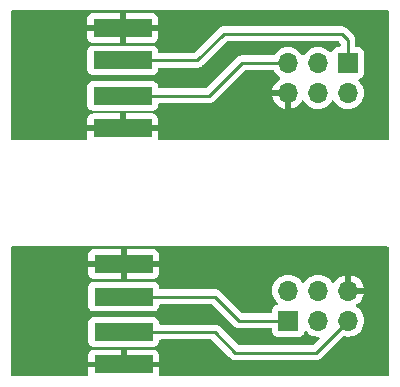
<source format=gbr>
%TF.GenerationSoftware,KiCad,Pcbnew,7.0.7*%
%TF.CreationDate,2023-10-21T18:00:54-07:00*%
%TF.ProjectId,DC32_Cnet_Badge_SAO,44433332-5f43-46e6-9574-5f4261646765,rev?*%
%TF.SameCoordinates,Original*%
%TF.FileFunction,Copper,L1,Top*%
%TF.FilePolarity,Positive*%
%FSLAX46Y46*%
G04 Gerber Fmt 4.6, Leading zero omitted, Abs format (unit mm)*
G04 Created by KiCad (PCBNEW 7.0.7) date 2023-10-21 18:00:54*
%MOMM*%
%LPD*%
G01*
G04 APERTURE LIST*
%TA.AperFunction,SMDPad,CuDef*%
%ADD10R,5.000000X1.500000*%
%TD*%
%TA.AperFunction,ComponentPad*%
%ADD11R,1.700000X1.700000*%
%TD*%
%TA.AperFunction,ComponentPad*%
%ADD12O,1.700000X1.700000*%
%TD*%
%TA.AperFunction,Conductor*%
%ADD13C,0.250000*%
%TD*%
G04 APERTURE END LIST*
D10*
%TO.P,U2,1,GND*%
%TO.N,RGT GND*%
X149540000Y-90500000D03*
%TO.P,U2,2,IN*%
%TO.N,Net-(J2-Pin_1)*%
X149540000Y-93250000D03*
%TO.P,U2,3,VCC*%
%TO.N,Net-(J2-Pin_5)*%
X149540000Y-96250000D03*
%TO.P,U2,4,GND*%
%TO.N,RGT GND*%
X149540000Y-99000000D03*
%TD*%
%TO.P,U1,4,GND*%
%TO.N,LFT GND*%
X149460000Y-79000000D03*
%TO.P,U1,3,VCC*%
%TO.N,Net-(J1-Pin_5)*%
X149460000Y-76250000D03*
%TO.P,U1,2,IN*%
%TO.N,Net-(J1-Pin_1)*%
X149460000Y-73250000D03*
%TO.P,U1,1,GND*%
%TO.N,LFT GND*%
X149460000Y-70500000D03*
%TD*%
D11*
%TO.P,J2,1,Pin_1*%
%TO.N,Net-(J2-Pin_1)*%
X163475000Y-95290000D03*
D12*
%TO.P,J2,2,Pin_2*%
%TO.N,unconnected-(J2-Pin_2-Pad2)*%
X163475000Y-92750000D03*
%TO.P,J2,3,Pin_3*%
%TO.N,unconnected-(J2-Pin_3-Pad3)*%
X166015000Y-95290000D03*
%TO.P,J2,4,Pin_4*%
%TO.N,unconnected-(J2-Pin_4-Pad4)*%
X166015000Y-92750000D03*
%TO.P,J2,5,Pin_5*%
%TO.N,Net-(J2-Pin_5)*%
X168555000Y-95290000D03*
%TO.P,J2,6,Pin_6*%
%TO.N,RGT GND*%
X168555000Y-92750000D03*
%TD*%
D11*
%TO.P,J1,1,Pin_1*%
%TO.N,Net-(J1-Pin_1)*%
X168525000Y-73460000D03*
D12*
%TO.P,J1,2,Pin_2*%
%TO.N,unconnected-(J1-Pin_2-Pad2)*%
X168525000Y-76000000D03*
%TO.P,J1,3,Pin_3*%
%TO.N,unconnected-(J1-Pin_3-Pad3)*%
X165985000Y-73460000D03*
%TO.P,J1,4,Pin_4*%
%TO.N,unconnected-(J1-Pin_4-Pad4)*%
X165985000Y-76000000D03*
%TO.P,J1,5,Pin_5*%
%TO.N,Net-(J1-Pin_5)*%
X163445000Y-73460000D03*
%TO.P,J1,6,Pin_6*%
%TO.N,LFT GND*%
X163445000Y-76000000D03*
%TD*%
D13*
%TO.N,Net-(J2-Pin_5)*%
X165845000Y-98000000D02*
X168555000Y-95290000D01*
X157250000Y-96250000D02*
X159000000Y-98000000D01*
X159000000Y-98000000D02*
X165845000Y-98000000D01*
X149540000Y-96250000D02*
X157250000Y-96250000D01*
%TO.N,Net-(J2-Pin_1)*%
X157250000Y-93250000D02*
X149540000Y-93250000D01*
X159290000Y-95290000D02*
X157250000Y-93250000D01*
X163475000Y-95290000D02*
X159290000Y-95290000D01*
%TO.N,Net-(J1-Pin_1)*%
X155750000Y-73250000D02*
X149460000Y-73250000D01*
X168000000Y-71000000D02*
X158000000Y-71000000D01*
X168525000Y-71525000D02*
X168000000Y-71000000D01*
X158000000Y-71000000D02*
X155750000Y-73250000D01*
X168525000Y-73460000D02*
X168525000Y-71525000D01*
%TO.N,Net-(J1-Pin_5)*%
X156750000Y-76250000D02*
X149460000Y-76250000D01*
X159540000Y-73460000D02*
X156750000Y-76250000D01*
X163445000Y-73460000D02*
X159540000Y-73460000D01*
%TD*%
%TA.AperFunction,Conductor*%
%TO.N,LFT GND*%
G36*
X171942539Y-69020185D02*
G01*
X171988294Y-69072989D01*
X171999500Y-69124500D01*
X171999500Y-79875500D01*
X171979815Y-79942539D01*
X171927011Y-79988294D01*
X171875500Y-79999500D01*
X152576364Y-79999500D01*
X152509325Y-79979815D01*
X152463570Y-79927011D01*
X152453075Y-79862244D01*
X152459999Y-79797844D01*
X152460000Y-79797827D01*
X152460000Y-79250000D01*
X146460000Y-79250000D01*
X146460000Y-79797844D01*
X146466925Y-79862244D01*
X146454520Y-79931004D01*
X146406910Y-79982141D01*
X146343636Y-79999500D01*
X140124500Y-79999500D01*
X140057461Y-79979815D01*
X140011706Y-79927011D01*
X140000500Y-79875500D01*
X140000500Y-78750000D01*
X146460000Y-78750000D01*
X149210000Y-78750000D01*
X149210000Y-77750000D01*
X149710000Y-77750000D01*
X149710000Y-78750000D01*
X152460000Y-78750000D01*
X152460000Y-78202172D01*
X152459999Y-78202155D01*
X152453598Y-78142627D01*
X152453596Y-78142620D01*
X152403354Y-78007913D01*
X152403350Y-78007906D01*
X152317190Y-77892812D01*
X152317187Y-77892809D01*
X152202093Y-77806649D01*
X152202086Y-77806645D01*
X152067379Y-77756403D01*
X152067372Y-77756401D01*
X152007844Y-77750000D01*
X149710000Y-77750000D01*
X149210000Y-77750000D01*
X146912155Y-77750000D01*
X146852627Y-77756401D01*
X146852620Y-77756403D01*
X146717913Y-77806645D01*
X146717906Y-77806649D01*
X146602812Y-77892809D01*
X146602809Y-77892812D01*
X146516649Y-78007906D01*
X146516645Y-78007913D01*
X146466403Y-78142620D01*
X146466401Y-78142627D01*
X146460000Y-78202155D01*
X146460000Y-78750000D01*
X140000500Y-78750000D01*
X140000500Y-77047870D01*
X146459500Y-77047870D01*
X146459501Y-77047876D01*
X146465908Y-77107483D01*
X146516202Y-77242328D01*
X146516206Y-77242335D01*
X146602452Y-77357544D01*
X146602455Y-77357547D01*
X146717664Y-77443793D01*
X146717671Y-77443797D01*
X146852517Y-77494091D01*
X146852516Y-77494091D01*
X146859444Y-77494835D01*
X146912127Y-77500500D01*
X152007872Y-77500499D01*
X152067483Y-77494091D01*
X152202331Y-77443796D01*
X152317546Y-77357546D01*
X152403796Y-77242331D01*
X152454091Y-77107483D01*
X152460500Y-77047873D01*
X152460500Y-76999500D01*
X152480185Y-76932461D01*
X152532989Y-76886706D01*
X152584500Y-76875500D01*
X156667257Y-76875500D01*
X156682877Y-76877224D01*
X156682904Y-76876939D01*
X156690660Y-76877671D01*
X156690667Y-76877673D01*
X156759814Y-76875500D01*
X156789350Y-76875500D01*
X156796228Y-76874630D01*
X156802041Y-76874172D01*
X156848627Y-76872709D01*
X156867869Y-76867117D01*
X156886912Y-76863174D01*
X156906792Y-76860664D01*
X156950122Y-76843507D01*
X156955646Y-76841617D01*
X156959396Y-76840527D01*
X157000390Y-76828618D01*
X157017629Y-76818422D01*
X157035103Y-76809862D01*
X157053727Y-76802488D01*
X157053727Y-76802487D01*
X157053732Y-76802486D01*
X157091449Y-76775082D01*
X157096305Y-76771892D01*
X157136420Y-76748170D01*
X157150589Y-76733999D01*
X157165379Y-76721368D01*
X157181587Y-76709594D01*
X157211299Y-76673676D01*
X157215212Y-76669376D01*
X159762771Y-74121819D01*
X159824095Y-74088334D01*
X159850453Y-74085500D01*
X162169773Y-74085500D01*
X162236812Y-74105185D01*
X162271348Y-74138377D01*
X162406501Y-74331396D01*
X162406506Y-74331402D01*
X162573597Y-74498493D01*
X162573603Y-74498498D01*
X162759594Y-74628730D01*
X162803219Y-74683307D01*
X162810413Y-74752805D01*
X162778890Y-74815160D01*
X162759595Y-74831880D01*
X162573922Y-74961890D01*
X162573920Y-74961891D01*
X162406891Y-75128920D01*
X162406886Y-75128926D01*
X162271400Y-75322420D01*
X162271399Y-75322422D01*
X162171570Y-75536507D01*
X162171567Y-75536513D01*
X162114364Y-75749999D01*
X162114364Y-75750000D01*
X162831653Y-75750000D01*
X162898692Y-75769685D01*
X162944447Y-75822489D01*
X162954391Y-75891647D01*
X162950631Y-75908933D01*
X162945000Y-75928111D01*
X162945000Y-76071888D01*
X162950631Y-76091067D01*
X162950630Y-76160936D01*
X162912855Y-76219714D01*
X162849299Y-76248738D01*
X162831653Y-76250000D01*
X162114364Y-76250000D01*
X162171567Y-76463486D01*
X162171570Y-76463492D01*
X162271399Y-76677578D01*
X162406894Y-76871082D01*
X162573917Y-77038105D01*
X162767421Y-77173600D01*
X162981507Y-77273429D01*
X162981516Y-77273433D01*
X163195000Y-77330634D01*
X163195000Y-76612301D01*
X163214685Y-76545262D01*
X163267489Y-76499507D01*
X163336647Y-76489563D01*
X163409237Y-76500000D01*
X163409238Y-76500000D01*
X163480762Y-76500000D01*
X163480763Y-76500000D01*
X163553353Y-76489563D01*
X163622512Y-76499507D01*
X163675315Y-76545262D01*
X163695000Y-76612301D01*
X163695000Y-77330633D01*
X163908483Y-77273433D01*
X163908492Y-77273429D01*
X164122578Y-77173600D01*
X164316082Y-77038105D01*
X164483105Y-76871082D01*
X164613119Y-76685405D01*
X164667696Y-76641781D01*
X164737195Y-76634588D01*
X164799549Y-76666110D01*
X164816269Y-76685405D01*
X164946505Y-76871401D01*
X165113599Y-77038495D01*
X165210384Y-77106264D01*
X165307165Y-77174032D01*
X165307167Y-77174033D01*
X165307170Y-77174035D01*
X165521337Y-77273903D01*
X165749592Y-77335063D01*
X165937918Y-77351539D01*
X165984999Y-77355659D01*
X165985000Y-77355659D01*
X165985001Y-77355659D01*
X166024234Y-77352226D01*
X166220408Y-77335063D01*
X166448663Y-77273903D01*
X166662830Y-77174035D01*
X166856401Y-77038495D01*
X167023495Y-76871401D01*
X167153424Y-76685842D01*
X167208002Y-76642217D01*
X167277500Y-76635023D01*
X167339855Y-76666546D01*
X167356575Y-76685842D01*
X167486500Y-76871395D01*
X167486505Y-76871401D01*
X167653599Y-77038495D01*
X167750384Y-77106264D01*
X167847165Y-77174032D01*
X167847167Y-77174033D01*
X167847170Y-77174035D01*
X168061337Y-77273903D01*
X168289592Y-77335063D01*
X168477918Y-77351539D01*
X168524999Y-77355659D01*
X168525000Y-77355659D01*
X168525001Y-77355659D01*
X168564234Y-77352226D01*
X168760408Y-77335063D01*
X168988663Y-77273903D01*
X169202830Y-77174035D01*
X169396401Y-77038495D01*
X169563495Y-76871401D01*
X169699035Y-76677830D01*
X169798903Y-76463663D01*
X169860063Y-76235408D01*
X169880659Y-76000000D01*
X169860063Y-75764592D01*
X169798903Y-75536337D01*
X169699035Y-75322171D01*
X169693730Y-75314595D01*
X169563496Y-75128600D01*
X169563490Y-75128594D01*
X169441567Y-75006671D01*
X169408084Y-74945351D01*
X169413068Y-74875659D01*
X169454939Y-74819725D01*
X169485915Y-74802810D01*
X169617331Y-74753796D01*
X169732546Y-74667546D01*
X169818796Y-74552331D01*
X169869091Y-74417483D01*
X169875500Y-74357873D01*
X169875499Y-72562128D01*
X169869091Y-72502517D01*
X169867810Y-72499083D01*
X169818797Y-72367671D01*
X169818793Y-72367664D01*
X169732547Y-72252455D01*
X169732544Y-72252452D01*
X169617335Y-72166206D01*
X169617328Y-72166202D01*
X169482482Y-72115908D01*
X169482483Y-72115908D01*
X169422883Y-72109501D01*
X169422881Y-72109500D01*
X169422873Y-72109500D01*
X169422865Y-72109500D01*
X169274500Y-72109500D01*
X169207461Y-72089815D01*
X169161706Y-72037011D01*
X169150500Y-71985500D01*
X169150500Y-71607738D01*
X169152224Y-71592124D01*
X169151938Y-71592097D01*
X169152672Y-71584334D01*
X169150500Y-71515203D01*
X169150500Y-71485651D01*
X169150500Y-71485650D01*
X169149629Y-71478759D01*
X169149172Y-71472945D01*
X169147709Y-71426372D01*
X169142122Y-71407144D01*
X169138174Y-71388084D01*
X169135664Y-71368208D01*
X169118507Y-71324875D01*
X169116619Y-71319359D01*
X169103619Y-71274612D01*
X169093418Y-71257363D01*
X169084860Y-71239894D01*
X169077486Y-71221268D01*
X169077483Y-71221264D01*
X169077483Y-71221263D01*
X169050098Y-71183571D01*
X169046890Y-71178687D01*
X169023172Y-71138582D01*
X169023163Y-71138571D01*
X169009005Y-71124413D01*
X168996370Y-71109620D01*
X168984593Y-71093412D01*
X168948693Y-71063713D01*
X168944381Y-71059790D01*
X168500803Y-70616212D01*
X168490980Y-70603950D01*
X168490759Y-70604134D01*
X168485786Y-70598123D01*
X168467159Y-70580631D01*
X168435364Y-70550773D01*
X168424919Y-70540328D01*
X168414475Y-70529883D01*
X168408986Y-70525625D01*
X168404561Y-70521847D01*
X168370582Y-70489938D01*
X168370580Y-70489936D01*
X168370577Y-70489935D01*
X168353029Y-70480288D01*
X168336763Y-70469604D01*
X168320933Y-70457325D01*
X168278168Y-70438818D01*
X168272922Y-70436248D01*
X168232093Y-70413803D01*
X168232092Y-70413802D01*
X168212693Y-70408822D01*
X168194281Y-70402518D01*
X168175898Y-70394562D01*
X168175892Y-70394560D01*
X168129874Y-70387272D01*
X168124152Y-70386087D01*
X168079021Y-70374500D01*
X168079019Y-70374500D01*
X168058984Y-70374500D01*
X168039586Y-70372973D01*
X168032162Y-70371797D01*
X168019805Y-70369840D01*
X168019804Y-70369840D01*
X167973416Y-70374225D01*
X167967578Y-70374500D01*
X158082743Y-70374500D01*
X158067122Y-70372775D01*
X158067095Y-70373061D01*
X158059333Y-70372326D01*
X157990172Y-70374500D01*
X157960649Y-70374500D01*
X157953778Y-70375367D01*
X157947959Y-70375825D01*
X157901374Y-70377289D01*
X157901368Y-70377290D01*
X157882126Y-70382880D01*
X157863087Y-70386823D01*
X157843217Y-70389334D01*
X157843200Y-70389338D01*
X157799882Y-70406488D01*
X157794358Y-70408379D01*
X157749607Y-70421383D01*
X157749604Y-70421384D01*
X157732358Y-70431583D01*
X157714893Y-70440139D01*
X157709010Y-70442468D01*
X157696266Y-70447514D01*
X157658572Y-70474899D01*
X157653691Y-70478105D01*
X157613580Y-70501828D01*
X157599408Y-70516000D01*
X157584623Y-70528628D01*
X157568412Y-70540407D01*
X157538709Y-70576310D01*
X157534776Y-70580631D01*
X156521360Y-71594049D01*
X155527228Y-72588181D01*
X155465905Y-72621666D01*
X155439547Y-72624500D01*
X152584499Y-72624500D01*
X152517460Y-72604815D01*
X152471705Y-72552011D01*
X152460499Y-72500500D01*
X152460499Y-72452129D01*
X152460498Y-72452123D01*
X152460497Y-72452116D01*
X152454091Y-72392517D01*
X152444823Y-72367669D01*
X152403797Y-72257671D01*
X152403793Y-72257664D01*
X152317547Y-72142455D01*
X152317544Y-72142452D01*
X152202335Y-72056206D01*
X152202328Y-72056202D01*
X152067482Y-72005908D01*
X152067483Y-72005908D01*
X152007883Y-71999501D01*
X152007881Y-71999500D01*
X152007873Y-71999500D01*
X152007864Y-71999500D01*
X146912129Y-71999500D01*
X146912123Y-71999501D01*
X146852516Y-72005908D01*
X146717671Y-72056202D01*
X146717664Y-72056206D01*
X146602455Y-72142452D01*
X146602452Y-72142455D01*
X146516206Y-72257664D01*
X146516202Y-72257671D01*
X146465908Y-72392517D01*
X146462792Y-72421505D01*
X146459501Y-72452123D01*
X146459500Y-72452135D01*
X146459500Y-74047870D01*
X146459501Y-74047876D01*
X146465908Y-74107483D01*
X146516202Y-74242328D01*
X146516206Y-74242335D01*
X146602452Y-74357544D01*
X146602455Y-74357547D01*
X146717664Y-74443793D01*
X146717671Y-74443797D01*
X146852517Y-74494091D01*
X146852516Y-74494091D01*
X146859444Y-74494835D01*
X146912127Y-74500500D01*
X152007872Y-74500499D01*
X152067483Y-74494091D01*
X152202331Y-74443796D01*
X152317546Y-74357546D01*
X152403796Y-74242331D01*
X152454091Y-74107483D01*
X152460500Y-74047873D01*
X152460500Y-73999500D01*
X152480185Y-73932461D01*
X152532989Y-73886706D01*
X152584500Y-73875500D01*
X155667257Y-73875500D01*
X155682877Y-73877224D01*
X155682904Y-73876939D01*
X155690660Y-73877671D01*
X155690667Y-73877673D01*
X155759814Y-73875500D01*
X155789350Y-73875500D01*
X155796228Y-73874630D01*
X155802041Y-73874172D01*
X155848627Y-73872709D01*
X155867869Y-73867117D01*
X155886912Y-73863174D01*
X155906792Y-73860664D01*
X155950122Y-73843507D01*
X155955646Y-73841617D01*
X155959396Y-73840527D01*
X156000390Y-73828618D01*
X156017629Y-73818422D01*
X156035103Y-73809862D01*
X156053727Y-73802488D01*
X156053727Y-73802487D01*
X156053732Y-73802486D01*
X156091449Y-73775082D01*
X156096305Y-73771892D01*
X156136420Y-73748170D01*
X156150589Y-73733999D01*
X156165379Y-73721368D01*
X156181587Y-73709594D01*
X156211299Y-73673676D01*
X156215212Y-73669376D01*
X158222770Y-71661819D01*
X158284094Y-71628334D01*
X158310452Y-71625500D01*
X167689548Y-71625500D01*
X167756587Y-71645185D01*
X167777229Y-71661819D01*
X167863181Y-71747771D01*
X167896666Y-71809094D01*
X167899500Y-71835452D01*
X167899500Y-71985500D01*
X167879815Y-72052539D01*
X167827011Y-72098294D01*
X167775501Y-72109500D01*
X167627130Y-72109500D01*
X167627123Y-72109501D01*
X167567516Y-72115908D01*
X167432671Y-72166202D01*
X167432664Y-72166206D01*
X167317455Y-72252452D01*
X167317452Y-72252455D01*
X167231206Y-72367664D01*
X167231203Y-72367669D01*
X167182189Y-72499083D01*
X167140317Y-72555016D01*
X167074853Y-72579433D01*
X167006580Y-72564581D01*
X166978326Y-72543430D01*
X166856402Y-72421506D01*
X166856395Y-72421501D01*
X166662834Y-72285967D01*
X166662830Y-72285965D01*
X166602138Y-72257664D01*
X166448663Y-72186097D01*
X166448659Y-72186096D01*
X166448655Y-72186094D01*
X166220413Y-72124938D01*
X166220403Y-72124936D01*
X165985001Y-72104341D01*
X165984999Y-72104341D01*
X165749596Y-72124936D01*
X165749586Y-72124938D01*
X165521344Y-72186094D01*
X165521335Y-72186098D01*
X165307171Y-72285964D01*
X165307169Y-72285965D01*
X165113597Y-72421505D01*
X164946505Y-72588597D01*
X164816575Y-72774158D01*
X164761998Y-72817783D01*
X164692500Y-72824977D01*
X164630145Y-72793454D01*
X164613425Y-72774158D01*
X164483494Y-72588597D01*
X164316402Y-72421506D01*
X164316395Y-72421501D01*
X164122834Y-72285967D01*
X164122830Y-72285965D01*
X164062138Y-72257664D01*
X163908663Y-72186097D01*
X163908659Y-72186096D01*
X163908655Y-72186094D01*
X163680413Y-72124938D01*
X163680403Y-72124936D01*
X163445001Y-72104341D01*
X163444999Y-72104341D01*
X163209596Y-72124936D01*
X163209586Y-72124938D01*
X162981344Y-72186094D01*
X162981335Y-72186098D01*
X162767171Y-72285964D01*
X162767169Y-72285965D01*
X162573597Y-72421505D01*
X162406505Y-72588597D01*
X162271348Y-72781623D01*
X162216771Y-72825248D01*
X162169773Y-72834500D01*
X159622743Y-72834500D01*
X159607122Y-72832775D01*
X159607096Y-72833061D01*
X159599334Y-72832327D01*
X159599333Y-72832327D01*
X159530186Y-72834500D01*
X159500649Y-72834500D01*
X159493766Y-72835369D01*
X159487949Y-72835826D01*
X159441373Y-72837290D01*
X159422129Y-72842881D01*
X159403079Y-72846825D01*
X159383211Y-72849334D01*
X159339884Y-72866488D01*
X159334358Y-72868379D01*
X159289614Y-72881379D01*
X159289610Y-72881381D01*
X159272366Y-72891579D01*
X159254905Y-72900133D01*
X159236274Y-72907510D01*
X159236262Y-72907517D01*
X159198570Y-72934902D01*
X159193687Y-72938109D01*
X159153580Y-72961829D01*
X159139414Y-72975995D01*
X159124624Y-72988627D01*
X159108414Y-73000404D01*
X159108411Y-73000407D01*
X159078710Y-73036309D01*
X159074777Y-73040631D01*
X156527228Y-75588181D01*
X156465905Y-75621666D01*
X156439547Y-75624500D01*
X152584499Y-75624500D01*
X152517460Y-75604815D01*
X152471705Y-75552011D01*
X152460499Y-75500500D01*
X152460499Y-75452129D01*
X152460498Y-75452123D01*
X152460497Y-75452116D01*
X152454091Y-75392517D01*
X152443981Y-75365412D01*
X152403797Y-75257671D01*
X152403793Y-75257664D01*
X152317547Y-75142455D01*
X152317544Y-75142452D01*
X152202335Y-75056206D01*
X152202328Y-75056202D01*
X152067482Y-75005908D01*
X152067483Y-75005908D01*
X152007883Y-74999501D01*
X152007881Y-74999500D01*
X152007873Y-74999500D01*
X152007864Y-74999500D01*
X146912129Y-74999500D01*
X146912123Y-74999501D01*
X146852516Y-75005908D01*
X146717671Y-75056202D01*
X146717664Y-75056206D01*
X146602455Y-75142452D01*
X146602452Y-75142455D01*
X146516206Y-75257664D01*
X146516202Y-75257671D01*
X146465908Y-75392517D01*
X146459501Y-75452116D01*
X146459501Y-75452123D01*
X146459500Y-75452135D01*
X146459500Y-77047870D01*
X140000500Y-77047870D01*
X140000500Y-70750000D01*
X146460000Y-70750000D01*
X146460000Y-71297844D01*
X146466401Y-71357372D01*
X146466403Y-71357379D01*
X146516645Y-71492086D01*
X146516649Y-71492093D01*
X146602809Y-71607187D01*
X146602812Y-71607190D01*
X146717906Y-71693350D01*
X146717913Y-71693354D01*
X146852620Y-71743596D01*
X146852627Y-71743598D01*
X146912155Y-71749999D01*
X146912172Y-71750000D01*
X149210000Y-71750000D01*
X149210000Y-70750000D01*
X149710000Y-70750000D01*
X149710000Y-71750000D01*
X152007828Y-71750000D01*
X152007844Y-71749999D01*
X152067372Y-71743598D01*
X152067379Y-71743596D01*
X152202086Y-71693354D01*
X152202093Y-71693350D01*
X152317187Y-71607190D01*
X152317190Y-71607187D01*
X152403350Y-71492093D01*
X152403354Y-71492086D01*
X152453596Y-71357379D01*
X152453598Y-71357372D01*
X152459999Y-71297844D01*
X152460000Y-71297827D01*
X152460000Y-70750000D01*
X149710000Y-70750000D01*
X149210000Y-70750000D01*
X146460000Y-70750000D01*
X140000500Y-70750000D01*
X140000500Y-70250000D01*
X146460000Y-70250000D01*
X149210000Y-70250000D01*
X149210000Y-69250000D01*
X149710000Y-69250000D01*
X149710000Y-70250000D01*
X152460000Y-70250000D01*
X152460000Y-69702172D01*
X152459999Y-69702155D01*
X152453598Y-69642627D01*
X152453596Y-69642620D01*
X152403354Y-69507913D01*
X152403350Y-69507906D01*
X152317190Y-69392812D01*
X152317187Y-69392809D01*
X152202093Y-69306649D01*
X152202086Y-69306645D01*
X152067379Y-69256403D01*
X152067372Y-69256401D01*
X152007844Y-69250000D01*
X149710000Y-69250000D01*
X149210000Y-69250000D01*
X146912155Y-69250000D01*
X146852627Y-69256401D01*
X146852620Y-69256403D01*
X146717913Y-69306645D01*
X146717906Y-69306649D01*
X146602812Y-69392809D01*
X146602809Y-69392812D01*
X146516649Y-69507906D01*
X146516645Y-69507913D01*
X146466403Y-69642620D01*
X146466401Y-69642627D01*
X146460000Y-69702155D01*
X146460000Y-70250000D01*
X140000500Y-70250000D01*
X140000500Y-69124500D01*
X140020185Y-69057461D01*
X140072989Y-69011706D01*
X140124500Y-69000500D01*
X171875500Y-69000500D01*
X171942539Y-69020185D01*
G37*
%TD.AperFunction*%
%TD*%
%TA.AperFunction,Conductor*%
%TO.N,RGT GND*%
G36*
X171942539Y-89020185D02*
G01*
X171988294Y-89072989D01*
X171999500Y-89124500D01*
X171999500Y-99875500D01*
X171979815Y-99942539D01*
X171927011Y-99988294D01*
X171875500Y-99999500D01*
X152656364Y-99999500D01*
X152589325Y-99979815D01*
X152543570Y-99927011D01*
X152533075Y-99862244D01*
X152539999Y-99797844D01*
X152540000Y-99797827D01*
X152540000Y-99250000D01*
X146540000Y-99250000D01*
X146540000Y-99797844D01*
X146546925Y-99862244D01*
X146534520Y-99931004D01*
X146486910Y-99982141D01*
X146423636Y-99999500D01*
X140124500Y-99999500D01*
X140057461Y-99979815D01*
X140011706Y-99927011D01*
X140000500Y-99875500D01*
X140000500Y-98750000D01*
X146540000Y-98750000D01*
X149290000Y-98750000D01*
X149290000Y-97750000D01*
X149790000Y-97750000D01*
X149790000Y-98750000D01*
X152540000Y-98750000D01*
X152540000Y-98202172D01*
X152539999Y-98202155D01*
X152533598Y-98142627D01*
X152533596Y-98142620D01*
X152483354Y-98007913D01*
X152483350Y-98007906D01*
X152397190Y-97892812D01*
X152397187Y-97892809D01*
X152282093Y-97806649D01*
X152282086Y-97806645D01*
X152147379Y-97756403D01*
X152147372Y-97756401D01*
X152087844Y-97750000D01*
X149790000Y-97750000D01*
X149290000Y-97750000D01*
X146992155Y-97750000D01*
X146932627Y-97756401D01*
X146932620Y-97756403D01*
X146797913Y-97806645D01*
X146797906Y-97806649D01*
X146682812Y-97892809D01*
X146682809Y-97892812D01*
X146596649Y-98007906D01*
X146596645Y-98007913D01*
X146546403Y-98142620D01*
X146546401Y-98142627D01*
X146540000Y-98202155D01*
X146540000Y-98750000D01*
X140000500Y-98750000D01*
X140000500Y-97047870D01*
X146539500Y-97047870D01*
X146539501Y-97047876D01*
X146545908Y-97107483D01*
X146596202Y-97242328D01*
X146596206Y-97242335D01*
X146682452Y-97357544D01*
X146682455Y-97357547D01*
X146797664Y-97443793D01*
X146797671Y-97443797D01*
X146932517Y-97494091D01*
X146932516Y-97494091D01*
X146939444Y-97494835D01*
X146992127Y-97500500D01*
X152087872Y-97500499D01*
X152147483Y-97494091D01*
X152282331Y-97443796D01*
X152397546Y-97357546D01*
X152483796Y-97242331D01*
X152534091Y-97107483D01*
X152540500Y-97047873D01*
X152540500Y-96999499D01*
X152560185Y-96932461D01*
X152612989Y-96886706D01*
X152664500Y-96875500D01*
X156939548Y-96875500D01*
X157006587Y-96895185D01*
X157027229Y-96911819D01*
X158499194Y-98383784D01*
X158509019Y-98396048D01*
X158509240Y-98395866D01*
X158514210Y-98401873D01*
X158514213Y-98401876D01*
X158514214Y-98401877D01*
X158564651Y-98449241D01*
X158585530Y-98470120D01*
X158591004Y-98474366D01*
X158595442Y-98478156D01*
X158629418Y-98510062D01*
X158629422Y-98510064D01*
X158646973Y-98519713D01*
X158663231Y-98530392D01*
X158679064Y-98542674D01*
X158701015Y-98552172D01*
X158721837Y-98561183D01*
X158727081Y-98563752D01*
X158767908Y-98586197D01*
X158787312Y-98591179D01*
X158805710Y-98597478D01*
X158824105Y-98605438D01*
X158870129Y-98612726D01*
X158875832Y-98613907D01*
X158920981Y-98625500D01*
X158941016Y-98625500D01*
X158960413Y-98627026D01*
X158980196Y-98630160D01*
X159026583Y-98625775D01*
X159032422Y-98625500D01*
X165762257Y-98625500D01*
X165777877Y-98627224D01*
X165777904Y-98626939D01*
X165785660Y-98627671D01*
X165785667Y-98627673D01*
X165854814Y-98625500D01*
X165884350Y-98625500D01*
X165891228Y-98624630D01*
X165897041Y-98624172D01*
X165943627Y-98622709D01*
X165962869Y-98617117D01*
X165981912Y-98613174D01*
X166001792Y-98610664D01*
X166045122Y-98593507D01*
X166050646Y-98591617D01*
X166054396Y-98590527D01*
X166095390Y-98578618D01*
X166112629Y-98568422D01*
X166130103Y-98559862D01*
X166148727Y-98552488D01*
X166148727Y-98552487D01*
X166148732Y-98552486D01*
X166186449Y-98525082D01*
X166191305Y-98521892D01*
X166231420Y-98498170D01*
X166245589Y-98483999D01*
X166260379Y-98471368D01*
X166276587Y-98459594D01*
X166306299Y-98423676D01*
X166310212Y-98419376D01*
X168099353Y-96630235D01*
X168160674Y-96596752D01*
X168219125Y-96598143D01*
X168253780Y-96607428D01*
X168319592Y-96625063D01*
X168496034Y-96640500D01*
X168554999Y-96645659D01*
X168555000Y-96645659D01*
X168555001Y-96645659D01*
X168613966Y-96640500D01*
X168790408Y-96625063D01*
X169018663Y-96563903D01*
X169232830Y-96464035D01*
X169426401Y-96328495D01*
X169593495Y-96161401D01*
X169729035Y-95967830D01*
X169828903Y-95753663D01*
X169890063Y-95525408D01*
X169910659Y-95290000D01*
X169890063Y-95054592D01*
X169828903Y-94826337D01*
X169729035Y-94612171D01*
X169723425Y-94604158D01*
X169593494Y-94418597D01*
X169426402Y-94251506D01*
X169426401Y-94251505D01*
X169240405Y-94121269D01*
X169196781Y-94066692D01*
X169189588Y-93997193D01*
X169221110Y-93934839D01*
X169240405Y-93918119D01*
X169426082Y-93788105D01*
X169593105Y-93621082D01*
X169728600Y-93427578D01*
X169828429Y-93213492D01*
X169828432Y-93213486D01*
X169885636Y-93000000D01*
X169168347Y-93000000D01*
X169101308Y-92980315D01*
X169055553Y-92927511D01*
X169045609Y-92858353D01*
X169049369Y-92841067D01*
X169055000Y-92821888D01*
X169055000Y-92678111D01*
X169049369Y-92658933D01*
X169049370Y-92589064D01*
X169087145Y-92530286D01*
X169150701Y-92501262D01*
X169168347Y-92500000D01*
X169885636Y-92500000D01*
X169885635Y-92499999D01*
X169828432Y-92286513D01*
X169828429Y-92286507D01*
X169728600Y-92072422D01*
X169728599Y-92072420D01*
X169593113Y-91878926D01*
X169593108Y-91878920D01*
X169426082Y-91711894D01*
X169232578Y-91576399D01*
X169018492Y-91476570D01*
X169018486Y-91476567D01*
X168805000Y-91419364D01*
X168805000Y-92137698D01*
X168785315Y-92204737D01*
X168732511Y-92250492D01*
X168663355Y-92260436D01*
X168590766Y-92250000D01*
X168590763Y-92250000D01*
X168519237Y-92250000D01*
X168519233Y-92250000D01*
X168446645Y-92260436D01*
X168377487Y-92250492D01*
X168324684Y-92204736D01*
X168305000Y-92137698D01*
X168305000Y-91419364D01*
X168304999Y-91419364D01*
X168091513Y-91476567D01*
X168091507Y-91476570D01*
X167877422Y-91576399D01*
X167877420Y-91576400D01*
X167683926Y-91711886D01*
X167683920Y-91711891D01*
X167516891Y-91878920D01*
X167516890Y-91878922D01*
X167386880Y-92064595D01*
X167332303Y-92108219D01*
X167262804Y-92115412D01*
X167200450Y-92083890D01*
X167183730Y-92064594D01*
X167053494Y-91878597D01*
X166886402Y-91711506D01*
X166886395Y-91711501D01*
X166692834Y-91575967D01*
X166692830Y-91575965D01*
X166692828Y-91575964D01*
X166478663Y-91476097D01*
X166478659Y-91476096D01*
X166478655Y-91476094D01*
X166250413Y-91414938D01*
X166250403Y-91414936D01*
X166015001Y-91394341D01*
X166014999Y-91394341D01*
X165779596Y-91414936D01*
X165779586Y-91414938D01*
X165551344Y-91476094D01*
X165551335Y-91476098D01*
X165337171Y-91575964D01*
X165337169Y-91575965D01*
X165143597Y-91711505D01*
X164976505Y-91878597D01*
X164846575Y-92064158D01*
X164791998Y-92107783D01*
X164722500Y-92114977D01*
X164660145Y-92083454D01*
X164643425Y-92064158D01*
X164513494Y-91878597D01*
X164346402Y-91711506D01*
X164346395Y-91711501D01*
X164152834Y-91575967D01*
X164152830Y-91575965D01*
X164152828Y-91575964D01*
X163938663Y-91476097D01*
X163938659Y-91476096D01*
X163938655Y-91476094D01*
X163710413Y-91414938D01*
X163710403Y-91414936D01*
X163475001Y-91394341D01*
X163474999Y-91394341D01*
X163239596Y-91414936D01*
X163239586Y-91414938D01*
X163011344Y-91476094D01*
X163011335Y-91476098D01*
X162797171Y-91575964D01*
X162797169Y-91575965D01*
X162603597Y-91711505D01*
X162436505Y-91878597D01*
X162300965Y-92072169D01*
X162300964Y-92072171D01*
X162201098Y-92286335D01*
X162201094Y-92286344D01*
X162139938Y-92514586D01*
X162139936Y-92514596D01*
X162119341Y-92749999D01*
X162119341Y-92750000D01*
X162139936Y-92985403D01*
X162139938Y-92985413D01*
X162201094Y-93213655D01*
X162201096Y-93213659D01*
X162201097Y-93213663D01*
X162281004Y-93385023D01*
X162300965Y-93427830D01*
X162300967Y-93427834D01*
X162409281Y-93582521D01*
X162436501Y-93621396D01*
X162436506Y-93621402D01*
X162558430Y-93743326D01*
X162591915Y-93804649D01*
X162586931Y-93874341D01*
X162545059Y-93930274D01*
X162514083Y-93947189D01*
X162382669Y-93996203D01*
X162382664Y-93996206D01*
X162267455Y-94082452D01*
X162267452Y-94082455D01*
X162181206Y-94197664D01*
X162181202Y-94197671D01*
X162130908Y-94332517D01*
X162124501Y-94392116D01*
X162124500Y-94392135D01*
X162124500Y-94540500D01*
X162104815Y-94607539D01*
X162052011Y-94653294D01*
X162000500Y-94664500D01*
X159600452Y-94664500D01*
X159533413Y-94644815D01*
X159512771Y-94628181D01*
X157750803Y-92866212D01*
X157740980Y-92853950D01*
X157740759Y-92854134D01*
X157735786Y-92848123D01*
X157728272Y-92841067D01*
X157685364Y-92800773D01*
X157674919Y-92790328D01*
X157664475Y-92779883D01*
X157658986Y-92775625D01*
X157654561Y-92771847D01*
X157620582Y-92739938D01*
X157620580Y-92739936D01*
X157620577Y-92739935D01*
X157603029Y-92730288D01*
X157586763Y-92719604D01*
X157570933Y-92707325D01*
X157528168Y-92688818D01*
X157522922Y-92686248D01*
X157482093Y-92663803D01*
X157482092Y-92663802D01*
X157462693Y-92658822D01*
X157444281Y-92652518D01*
X157425898Y-92644562D01*
X157425892Y-92644560D01*
X157379874Y-92637272D01*
X157374152Y-92636087D01*
X157329021Y-92624500D01*
X157329019Y-92624500D01*
X157308984Y-92624500D01*
X157289586Y-92622973D01*
X157282162Y-92621797D01*
X157269805Y-92619840D01*
X157269804Y-92619840D01*
X157223416Y-92624225D01*
X157217578Y-92624500D01*
X152664499Y-92624500D01*
X152597460Y-92604815D01*
X152551705Y-92552011D01*
X152540499Y-92500500D01*
X152540499Y-92452129D01*
X152540498Y-92452123D01*
X152540497Y-92452116D01*
X152534091Y-92392517D01*
X152494488Y-92286337D01*
X152483797Y-92257671D01*
X152483793Y-92257664D01*
X152397547Y-92142455D01*
X152397544Y-92142452D01*
X152282335Y-92056206D01*
X152282328Y-92056202D01*
X152147482Y-92005908D01*
X152147483Y-92005908D01*
X152087883Y-91999501D01*
X152087881Y-91999500D01*
X152087873Y-91999500D01*
X152087864Y-91999500D01*
X146992129Y-91999500D01*
X146992123Y-91999501D01*
X146932516Y-92005908D01*
X146797671Y-92056202D01*
X146797664Y-92056206D01*
X146682455Y-92142452D01*
X146682452Y-92142455D01*
X146596206Y-92257664D01*
X146596202Y-92257671D01*
X146545908Y-92392517D01*
X146539501Y-92452116D01*
X146539501Y-92452123D01*
X146539500Y-92452135D01*
X146539500Y-94047870D01*
X146539501Y-94047876D01*
X146545908Y-94107483D01*
X146596202Y-94242328D01*
X146596206Y-94242335D01*
X146682452Y-94357544D01*
X146682455Y-94357547D01*
X146797664Y-94443793D01*
X146797671Y-94443797D01*
X146932517Y-94494091D01*
X146932516Y-94494091D01*
X146939444Y-94494835D01*
X146992127Y-94500500D01*
X152087872Y-94500499D01*
X152147483Y-94494091D01*
X152282331Y-94443796D01*
X152397546Y-94357546D01*
X152483796Y-94242331D01*
X152534091Y-94107483D01*
X152540500Y-94047873D01*
X152540500Y-93999500D01*
X152560185Y-93932461D01*
X152612989Y-93886706D01*
X152664500Y-93875500D01*
X156939548Y-93875500D01*
X157006587Y-93895185D01*
X157027229Y-93911819D01*
X158789194Y-95673784D01*
X158799019Y-95686048D01*
X158799240Y-95685866D01*
X158804210Y-95691873D01*
X158804213Y-95691876D01*
X158804214Y-95691877D01*
X158854651Y-95739241D01*
X158875530Y-95760120D01*
X158881004Y-95764366D01*
X158885442Y-95768156D01*
X158919418Y-95800062D01*
X158936973Y-95809713D01*
X158953231Y-95820392D01*
X158969064Y-95832674D01*
X158991015Y-95842172D01*
X159011837Y-95851183D01*
X159017081Y-95853752D01*
X159057908Y-95876197D01*
X159077312Y-95881179D01*
X159095710Y-95887478D01*
X159114105Y-95895438D01*
X159160129Y-95902726D01*
X159165832Y-95903907D01*
X159210981Y-95915500D01*
X159231016Y-95915500D01*
X159250413Y-95917026D01*
X159270196Y-95920160D01*
X159316583Y-95915775D01*
X159322422Y-95915500D01*
X162000501Y-95915500D01*
X162067540Y-95935185D01*
X162113295Y-95987989D01*
X162124501Y-96039500D01*
X162124501Y-96187876D01*
X162130908Y-96247483D01*
X162181202Y-96382328D01*
X162181206Y-96382335D01*
X162267452Y-96497544D01*
X162267455Y-96497547D01*
X162382664Y-96583793D01*
X162382671Y-96583797D01*
X162517517Y-96634091D01*
X162517516Y-96634091D01*
X162524444Y-96634835D01*
X162577127Y-96640500D01*
X164372872Y-96640499D01*
X164432483Y-96634091D01*
X164567331Y-96583796D01*
X164682546Y-96497546D01*
X164768796Y-96382331D01*
X164817810Y-96250916D01*
X164859681Y-96194984D01*
X164925145Y-96170566D01*
X164993418Y-96185417D01*
X165021673Y-96206569D01*
X165143599Y-96328495D01*
X165240384Y-96396265D01*
X165337165Y-96464032D01*
X165337167Y-96464033D01*
X165337170Y-96464035D01*
X165551337Y-96563903D01*
X165779592Y-96625063D01*
X165956034Y-96640500D01*
X166014999Y-96645659D01*
X166015387Y-96645659D01*
X166015551Y-96645707D01*
X166020394Y-96646131D01*
X166020308Y-96647104D01*
X166082426Y-96665344D01*
X166128181Y-96718148D01*
X166138125Y-96787306D01*
X166109100Y-96850862D01*
X166103068Y-96857340D01*
X165622228Y-97338181D01*
X165560905Y-97371666D01*
X165534547Y-97374500D01*
X159310452Y-97374500D01*
X159243413Y-97354815D01*
X159222771Y-97338181D01*
X157750803Y-95866212D01*
X157740980Y-95853950D01*
X157740759Y-95854134D01*
X157735786Y-95848123D01*
X157735785Y-95848122D01*
X157685364Y-95800773D01*
X157674919Y-95790328D01*
X157664475Y-95779883D01*
X157658986Y-95775625D01*
X157654561Y-95771847D01*
X157620582Y-95739938D01*
X157620580Y-95739936D01*
X157620577Y-95739935D01*
X157603029Y-95730288D01*
X157586763Y-95719604D01*
X157570933Y-95707325D01*
X157528168Y-95688818D01*
X157522922Y-95686248D01*
X157482093Y-95663803D01*
X157482092Y-95663802D01*
X157462693Y-95658822D01*
X157444281Y-95652518D01*
X157425898Y-95644562D01*
X157425892Y-95644560D01*
X157379874Y-95637272D01*
X157374152Y-95636087D01*
X157329021Y-95624500D01*
X157329019Y-95624500D01*
X157308984Y-95624500D01*
X157289586Y-95622973D01*
X157282162Y-95621797D01*
X157269805Y-95619840D01*
X157269804Y-95619840D01*
X157223416Y-95624225D01*
X157217578Y-95624500D01*
X152664499Y-95624500D01*
X152597460Y-95604815D01*
X152551705Y-95552011D01*
X152540499Y-95500500D01*
X152540499Y-95452129D01*
X152540498Y-95452123D01*
X152540497Y-95452116D01*
X152534091Y-95392517D01*
X152495854Y-95289999D01*
X152483797Y-95257671D01*
X152483793Y-95257664D01*
X152397547Y-95142455D01*
X152397544Y-95142452D01*
X152282335Y-95056206D01*
X152282328Y-95056202D01*
X152147482Y-95005908D01*
X152147483Y-95005908D01*
X152087883Y-94999501D01*
X152087881Y-94999500D01*
X152087873Y-94999500D01*
X152087864Y-94999500D01*
X146992129Y-94999500D01*
X146992123Y-94999501D01*
X146932516Y-95005908D01*
X146797671Y-95056202D01*
X146797664Y-95056206D01*
X146682455Y-95142452D01*
X146682452Y-95142455D01*
X146596206Y-95257664D01*
X146596202Y-95257671D01*
X146545908Y-95392517D01*
X146539501Y-95452116D01*
X146539501Y-95452123D01*
X146539500Y-95452135D01*
X146539500Y-97047870D01*
X140000500Y-97047870D01*
X140000500Y-90750000D01*
X146540000Y-90750000D01*
X146540000Y-91297844D01*
X146546401Y-91357372D01*
X146546403Y-91357379D01*
X146596645Y-91492086D01*
X146596649Y-91492093D01*
X146682809Y-91607187D01*
X146682812Y-91607190D01*
X146797906Y-91693350D01*
X146797913Y-91693354D01*
X146932620Y-91743596D01*
X146932627Y-91743598D01*
X146992155Y-91749999D01*
X146992172Y-91750000D01*
X149290000Y-91750000D01*
X149290000Y-90750000D01*
X149790000Y-90750000D01*
X149790000Y-91750000D01*
X152087828Y-91750000D01*
X152087844Y-91749999D01*
X152147372Y-91743598D01*
X152147379Y-91743596D01*
X152282086Y-91693354D01*
X152282093Y-91693350D01*
X152397187Y-91607190D01*
X152397190Y-91607187D01*
X152483350Y-91492093D01*
X152483354Y-91492086D01*
X152533596Y-91357379D01*
X152533598Y-91357372D01*
X152539999Y-91297844D01*
X152540000Y-91297827D01*
X152540000Y-90750000D01*
X149790000Y-90750000D01*
X149290000Y-90750000D01*
X146540000Y-90750000D01*
X140000500Y-90750000D01*
X140000500Y-90250000D01*
X146540000Y-90250000D01*
X149290000Y-90250000D01*
X149290000Y-89250000D01*
X149790000Y-89250000D01*
X149790000Y-90250000D01*
X152540000Y-90250000D01*
X152540000Y-89702172D01*
X152539999Y-89702155D01*
X152533598Y-89642627D01*
X152533596Y-89642620D01*
X152483354Y-89507913D01*
X152483350Y-89507906D01*
X152397190Y-89392812D01*
X152397187Y-89392809D01*
X152282093Y-89306649D01*
X152282086Y-89306645D01*
X152147379Y-89256403D01*
X152147372Y-89256401D01*
X152087844Y-89250000D01*
X149790000Y-89250000D01*
X149290000Y-89250000D01*
X146992155Y-89250000D01*
X146932627Y-89256401D01*
X146932620Y-89256403D01*
X146797913Y-89306645D01*
X146797906Y-89306649D01*
X146682812Y-89392809D01*
X146682809Y-89392812D01*
X146596649Y-89507906D01*
X146596645Y-89507913D01*
X146546403Y-89642620D01*
X146546401Y-89642627D01*
X146540000Y-89702155D01*
X146540000Y-90250000D01*
X140000500Y-90250000D01*
X140000500Y-89124500D01*
X140020185Y-89057461D01*
X140072989Y-89011706D01*
X140124500Y-89000500D01*
X171875500Y-89000500D01*
X171942539Y-89020185D01*
G37*
%TD.AperFunction*%
%TD*%
M02*

</source>
